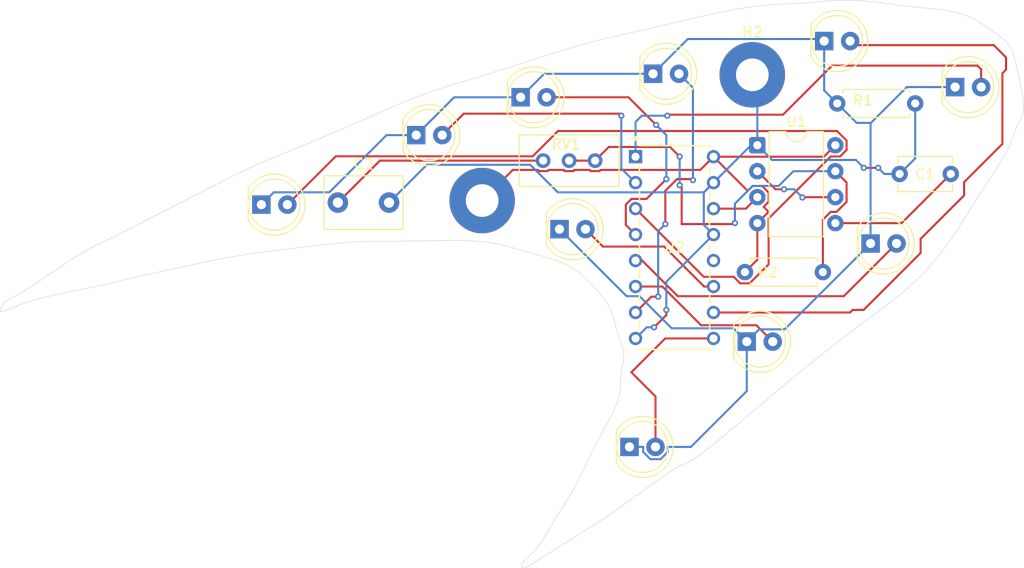
<source format=kicad_pcb>
(kicad_pcb (version 20241229) (generator "pcbnew") (generator_version "9.0")
  (layers (0 "F.Cu" signal) (2 "B.Cu" signal) (13 "F.Paste" user) (15 "B.Paste" user) (5 "F.SilkS" user "F.Silkscreen") (7 "B.SilkS" user "B.Silkscreen") (1 "F.Mask" user) (3 "B.Mask" user) (25 "Edge.Cuts" user))
  (net 0 "")
  (net 1 "GND")
  (net 2 "Net-(U1-CV)")
  (net 3 "TR")
  (net 4 "Net-(D1-K)")
  (net 5 "Net-(D1-A)")
  (net 6 "Net-(D2-A)")
  (net 7 "Net-(D3-A)")
  (net 8 "Net-(D4-A)")
  (net 9 "Net-(D5-A)")
  (net 10 "Net-(D6-A)")
  (net 11 "Net-(D7-A)")
  (net 12 "Net-(D8-A)")
  (net 13 "Net-(D9-A)")
  (net 14 "Net-(D10-A)")
  (net 15 "+5V")
  (net 16 "Net-(U1-DIS)")
  (net 17 "OUT")
  (footprint "LED_THT:LED_D5.0mm" (layer "F.Cu") (at 64.16 51.9)
    (property "Reference" "D2" (hide yes))
    (property "Value" "LED_Small" (hide yes))
    (fp_line (start -1.29 -1.545) (end -1.29 1.545) (stroke (width 0.12)) (layer "F.SilkS"))
    (fp_arc (start -1.29 -1.54483) (mid 2.071779 -2.880495) (end 4.26 0) (stroke (width 0.12)) (layer "F.SilkS"))
    (fp_arc (start 4.26 0) (mid 2.071779 2.880495) (end -1.29 1.54483) (stroke (width 0.12)) (layer "F.SilkS"))
    (fp_circle (center 1.27 0) (end 3.77 0) (stroke (width 0.12)) (fill no) (layer "F.SilkS"))
    (pad "1" thru_hole rect (at 0 0) (size 1.8 1.8) (drill 0.9) (layers "*.Cu" "*.Mask") (net 4 "Net-(D1-K)"))
    (pad "2" thru_hole circle (at 2.54 0) (size 1.8 1.8) (drill 0.9) (layers "*.Cu" "*.Mask") (net 6 "Net-(D2-A)"))
  )
  (footprint "LED_THT:LED_D5.0mm" (layer "F.Cu") (at 96.46 72.1)
    (property "Reference" "D8" (hide yes))
    (property "Value" "LED_Small" (hide yes))
    (fp_line (start -1.29 -1.545) (end -1.29 1.545) (stroke (width 0.12)) (layer "F.SilkS"))
    (fp_arc (start -1.29 -1.54483) (mid 2.071779 -2.880495) (end 4.26 0) (stroke (width 0.12)) (layer "F.SilkS"))
    (fp_arc (start 4.26 0) (mid 2.071779 2.880495) (end -1.29 1.54483) (stroke (width 0.12)) (layer "F.SilkS"))
    (fp_circle (center 1.27 0) (end 3.77 0) (stroke (width 0.12)) (fill no) (layer "F.SilkS"))
    (pad "1" thru_hole rect (at 0 0) (size 1.8 1.8) (drill 0.9) (layers "*.Cu" "*.Mask") (net 4 "Net-(D1-K)"))
    (pad "2" thru_hole circle (at 2.54 0) (size 1.8 1.8) (drill 0.9) (layers "*.Cu" "*.Mask") (net 12 "Net-(D8-A)"))
  )
  (footprint "Potentiometer_THT:Potentiometer_Bourns_3296W_Vertical" (layer "F.Cu") (at 81.64 54.395)
    (property "Reference" "RV1" (at -2.84 -1.595 0) (layer "F.SilkS"))
    (property "Value" "50k")
    (fp_line (start -7.415 -2.52) (end 2.335 -2.52) (stroke (width 0.12)) (layer "F.SilkS"))
    (fp_line (start -7.415 2.53) (end -7.415 -2.52) (stroke (width 0.12)) (layer "F.SilkS"))
    (fp_line (start 2.335 -2.52) (end 2.335 2.53) (stroke (width 0.12)) (layer "F.SilkS"))
    (fp_line (start 2.335 2.53) (end -7.415 2.53) (stroke (width 0.12)) (layer "F.SilkS"))
    (pad "1" thru_hole circle (at 0 0) (size 1.44 1.44) (drill 0.8) (layers "*.Cu" "*.Mask") (net 16 "Net-(U1-DIS)"))
    (pad "2" thru_hole circle (at -2.54 0) (size 1.44 1.44) (drill 0.8) (layers "*.Cu" "*.Mask") (net 16 "Net-(U1-DIS)"))
    (pad "3" thru_hole circle (at -5.08 0) (size 1.44 1.44) (drill 0.8) (layers "*.Cu" "*.Mask") (net 3 "TR"))
  )
  (footprint "LED_THT:LED_D5.0mm" (layer "F.Cu") (at 74.36 48.2)
    (property "Reference" "D3" (hide yes))
    (property "Value" "LED_Small" (hide yes))
    (fp_line (start -1.29 -1.545) (end -1.29 1.545) (stroke (width 0.12)) (layer "F.SilkS"))
    (fp_arc (start -1.29 -1.54483) (mid 2.071779 -2.880495) (end 4.26 0) (stroke (width 0.12)) (layer "F.SilkS"))
    (fp_arc (start 4.26 0) (mid 2.071779 2.880495) (end -1.29 1.54483) (stroke (width 0.12)) (layer "F.SilkS"))
    (fp_circle (center 1.27 0) (end 3.77 0) (stroke (width 0.12)) (fill no) (layer "F.SilkS"))
    (pad "1" thru_hole rect (at 0 0) (size 1.8 1.8) (drill 0.9) (layers "*.Cu" "*.Mask") (net 4 "Net-(D1-K)"))
    (pad "2" thru_hole circle (at 2.54 0) (size 1.8 1.8) (drill 0.9) (layers "*.Cu" "*.Mask") (net 7 "Net-(D3-A)"))
  )
  (footprint "Resistor_THT:R_Axial_DIN0207_L6.3mm_D2.5mm_P7.62mm_Horizontal" (layer "F.Cu") (at 105.3 48.8)
    (property "Reference" "R1" (at 2.5 -0.3 0) (layer "F.SilkS"))
    (property "Value" "470")
    (fp_line (start 0.54 -1.37) (end 7.08 -1.37) (stroke (width 0.12)) (layer "F.SilkS"))
    (fp_line (start 0.54 -1.04) (end 0.54 -1.37) (stroke (width 0.12)) (layer "F.SilkS"))
    (fp_line (start 0.54 1.04) (end 0.54 1.37) (stroke (width 0.12)) (layer "F.SilkS"))
    (fp_line (start 0.54 1.37) (end 7.08 1.37) (stroke (width 0.12)) (layer "F.SilkS"))
    (fp_line (start 7.08 -1.37) (end 7.08 -1.04) (stroke (width 0.12)) (layer "F.SilkS"))
    (fp_line (start 7.08 1.37) (end 7.08 1.04) (stroke (width 0.12)) (layer "F.SilkS"))
    (pad "1" thru_hole circle (at 0 0) (size 1.6 1.6) (drill 0.8) (layers "*.Cu" "*.Mask") (net 4 "Net-(D1-K)"))
    (pad "2" thru_hole circle (at 7.62 0) (size 1.6 1.6) (drill 0.8) (layers "*.Cu" "*.Mask") (net 1 "GND"))
  )
  (footprint "LED_THT:LED_D5.0mm" (layer "F.Cu") (at 87.3 45.9)
    (property "Reference" "D4" (hide yes))
    (property "Value" "LED_Small" (hide yes))
    (fp_line (start -1.29 -1.545) (end -1.29 1.545) (stroke (width 0.12)) (layer "F.SilkS"))
    (fp_arc (start -1.29 -1.54483) (mid 2.071779 -2.880495) (end 4.26 0) (stroke (width 0.12)) (layer "F.SilkS"))
    (fp_arc (start 4.26 0) (mid 2.071779 2.880495) (end -1.29 1.54483) (stroke (width 0.12)) (layer "F.SilkS"))
    (fp_circle (center 1.27 0) (end 3.77 0) (stroke (width 0.12)) (fill no) (layer "F.SilkS"))
    (pad "1" thru_hole rect (at 0 0) (size 1.8 1.8) (drill 0.9) (layers "*.Cu" "*.Mask") (net 4 "Net-(D1-K)"))
    (pad "2" thru_hole circle (at 2.54 0) (size 1.8 1.8) (drill 0.9) (layers "*.Cu" "*.Mask") (net 8 "Net-(D4-A)"))
  )
  (footprint "Capacitor_THT:C_Disc_D5.1mm_W3.2mm_P5.00mm" (layer "F.Cu") (at 111.4 55.7)
    (property "Reference" "C1" (at 2.5 0 0) (layer "F.SilkS"))
    (property "Value" "0.01 uF")
    (fp_line (start -0.17 -1.72) (end 5.17 -1.72) (stroke (width 0.12)) (layer "F.SilkS"))
    (fp_line (start -0.17 -1.026) (end -0.17 -1.72) (stroke (width 0.12)) (layer "F.SilkS"))
    (fp_line (start -0.17 1.72) (end -0.17 1.026) (stroke (width 0.12)) (layer "F.SilkS"))
    (fp_line (start 5.17 -1.72) (end 5.17 -1.026) (stroke (width 0.12)) (layer "F.SilkS"))
    (fp_line (start 5.17 1.026) (end 5.17 1.72) (stroke (width 0.12)) (layer "F.SilkS"))
    (fp_line (start 5.17 1.72) (end -0.17 1.72) (stroke (width 0.12)) (layer "F.SilkS"))
    (pad "1" thru_hole circle (at 0 0) (size 1.6 1.6) (drill 0.8) (layers "*.Cu" "*.Mask") (net 1 "GND"))
    (pad "2" thru_hole circle (at 5 0) (size 1.6 1.6) (drill 0.8) (layers "*.Cu" "*.Mask") (net 2 "Net-(U1-CV)"))
  )
  (footprint "LED_THT:LED_D5.0mm" (layer "F.Cu") (at 85 82.4)
    (property "Reference" "D9" (hide yes))
    (property "Value" "LED_Small" (hide yes))
    (fp_line (start -1.29 -1.545) (end -1.29 1.545) (stroke (width 0.12)) (layer "F.SilkS"))
    (fp_arc (start -1.29 -1.54483) (mid 2.071779 -2.880495) (end 4.26 0) (stroke (width 0.12)) (layer "F.SilkS"))
    (fp_arc (start 4.26 0) (mid 2.071779 2.880495) (end -1.29 1.54483) (stroke (width 0.12)) (layer "F.SilkS"))
    (fp_circle (center 1.27 0) (end 3.77 0) (stroke (width 0.12)) (fill no) (layer "F.SilkS"))
    (pad "1" thru_hole rect (at 0 0) (size 1.8 1.8) (drill 0.9) (layers "*.Cu" "*.Mask") (net 4 "Net-(D1-K)"))
    (pad "2" thru_hole circle (at 2.54 0) (size 1.8 1.8) (drill 0.9) (layers "*.Cu" "*.Mask") (net 13 "Net-(D9-A)"))
  )
  (footprint "Package_DIP:DIP-8_W7.62mm" (layer "F.Cu") (at 97.495 52.89)
    (property "Reference" "U1" (at 3.81 -2.33 0) (layer "F.SilkS"))
    (property "Value" "NE555P")
    (fp_line (start 1.16 -1.33) (end 1.16 8.95) (stroke (width 0.12)) (layer "F.SilkS"))
    (fp_line (start 1.16 8.95) (end 6.46 8.95) (stroke (width 0.12)) (layer "F.SilkS"))
    (fp_line (start 2.81 -1.33) (end 1.16 -1.33) (stroke (width 0.12)) (layer "F.SilkS"))
    (fp_line (start 6.46 -1.33) (end 4.81 -1.33) (stroke (width 0.12)) (layer "F.SilkS"))
    (fp_line (start 6.46 8.95) (end 6.46 -1.33) (stroke (width 0.12)) (layer "F.SilkS"))
    (fp_arc (start 4.81 -1.33) (mid 3.81 -0.33) (end 2.81 -1.33) (stroke (width 0.12)) (layer "F.SilkS"))
    (pad "1" thru_hole roundrect (at 0 0) (size 1.6 1.6) (drill 0.8) (layers "*.Cu" "*.Mask") (roundrect_rratio 0.15625) (net 1 "GND"))
    (pad "2" thru_hole circle (at 0 2.54) (size 1.6 1.6) (drill 0.8) (layers "*.Cu" "*.Mask") (net 3 "TR"))
    (pad "3" thru_hole circle (at 0 5.08) (size 1.6 1.6) (drill 0.8) (layers "*.Cu" "*.Mask") (net 17 "OUT"))
    (pad "4" thru_hole circle (at 0 7.62) (size 1.6 1.6) (drill 0.8) (layers "*.Cu" "*.Mask") (net 15 "+5V"))
    (pad "5" thru_hole circle (at 7.62 7.62) (size 1.6 1.6) (drill 0.8) (layers "*.Cu" "*.Mask") (net 2 "Net-(U1-CV)"))
    (pad "6" thru_hole circle (at 7.62 5.08) (size 1.6 1.6) (drill 0.8) (layers "*.Cu" "*.Mask") (net 3 "TR"))
    (pad "7" thru_hole circle (at 7.62 2.54) (size 1.6 1.6) (drill 0.8) (layers "*.Cu" "*.Mask") (net 16 "Net-(U1-DIS)"))
    (pad "8" thru_hole circle (at 7.62 0) (size 1.6 1.6) (drill 0.8) (layers "*.Cu" "*.Mask") (net 15 "+5V"))
  )
  (footprint "MountingHole:MountingHole_3.2mm_M3_Pad" (layer "F.Cu") (at 70.6 58.3)
    (property "Reference" "H1" (hide yes))
    (property "Value" "MountingHole_Pad" (hide yes))
    (pad "1" thru_hole circle (at 0 0) (size 6.4 6.4) (drill 3.2) (layers "*.Cu" "*.Mask") (net 15 "+5V"))
  )
  (footprint "LED_THT:LED_D5.0mm" (layer "F.Cu") (at 116.825 47.2)
    (property "Reference" "D6" (hide yes))
    (property "Value" "LED_Small" (hide yes))
    (fp_line (start -1.29 -1.545) (end -1.29 1.545) (stroke (width 0.12)) (layer "F.SilkS"))
    (fp_arc (start -1.29 -1.54483) (mid 2.071779 -2.880495) (end 4.26 0) (stroke (width 0.12)) (layer "F.SilkS"))
    (fp_arc (start 4.26 0) (mid 2.071779 2.880495) (end -1.29 1.54483) (stroke (width 0.12)) (layer "F.SilkS"))
    (fp_circle (center 1.27 0) (end 3.77 0) (stroke (width 0.12)) (fill no) (layer "F.SilkS"))
    (pad "1" thru_hole rect (at 0 0) (size 1.8 1.8) (drill 0.9) (layers "*.Cu" "*.Mask") (net 4 "Net-(D1-K)"))
    (pad "2" thru_hole circle (at 2.54 0) (size 1.8 1.8) (drill 0.9) (layers "*.Cu" "*.Mask") (net 10 "Net-(D6-A)"))
  )
  (footprint "LED_THT:LED_D5.0mm" (layer "F.Cu") (at 108.56 62.5)
    (property "Reference" "D7" (hide yes))
    (property "Value" "LED_Small" (hide yes))
    (fp_line (start -1.29 -1.545) (end -1.29 1.545) (stroke (width 0.12)) (layer "F.SilkS"))
    (fp_arc (start -1.29 -1.54483) (mid 2.071779 -2.880495) (end 4.26 0) (stroke (width 0.12)) (layer "F.SilkS"))
    (fp_arc (start 4.26 0) (mid 2.071779 2.880495) (end -1.29 1.54483) (stroke (width 0.12)) (layer "F.SilkS"))
    (fp_circle (center 1.27 0) (end 3.77 0) (stroke (width 0.12)) (fill no) (layer "F.SilkS"))
    (pad "1" thru_hole rect (at 0 0) (size 1.8 1.8) (drill 0.9) (layers "*.Cu" "*.Mask") (net 4 "Net-(D1-K)"))
    (pad "2" thru_hole circle (at 2.54 0) (size 1.8 1.8) (drill 0.9) (layers "*.Cu" "*.Mask") (net 11 "Net-(D7-A)"))
  )
  (footprint "Resistor_THT:R_Axial_DIN0207_L6.3mm_D2.5mm_P7.62mm_Horizontal" (layer "F.Cu") (at 96.28 65.3)
    (property "Reference" "R2" (at 2.22 0 0) (layer "F.SilkS"))
    (property "Value" "1k")
    (fp_line (start 0.54 -1.37) (end 7.08 -1.37) (stroke (width 0.12)) (layer "F.SilkS"))
    (fp_line (start 0.54 -1.04) (end 0.54 -1.37) (stroke (width 0.12)) (layer "F.SilkS"))
    (fp_line (start 0.54 1.04) (end 0.54 1.37) (stroke (width 0.12)) (layer "F.SilkS"))
    (fp_line (start 0.54 1.37) (end 7.08 1.37) (stroke (width 0.12)) (layer "F.SilkS"))
    (fp_line (start 7.08 -1.37) (end 7.08 -1.04) (stroke (width 0.12)) (layer "F.SilkS"))
    (fp_line (start 7.08 1.37) (end 7.08 1.04) (stroke (width 0.12)) (layer "F.SilkS"))
    (pad "1" thru_hole circle (at 0 0) (size 1.6 1.6) (drill 0.8) (layers "*.Cu" "*.Mask") (net 15 "+5V"))
    (pad "2" thru_hole circle (at 7.62 0) (size 1.6 1.6) (drill 0.8) (layers "*.Cu" "*.Mask") (net 16 "Net-(U1-DIS)"))
  )
  (footprint "LED_THT:LED_D5.0mm" (layer "F.Cu") (at 104.025 42.7)
    (property "Reference" "D5" (hide yes))
    (property "Value" "LED_Small" (hide yes))
    (fp_line (start -1.29 -1.545) (end -1.29 1.545) (stroke (width 0.12)) (layer "F.SilkS"))
    (fp_arc (start -1.29 -1.54483) (mid 2.071779 -2.880495) (end 4.26 0) (stroke (width 0.12)) (layer "F.SilkS"))
    (fp_arc (start 4.26 0) (mid 2.071779 2.880495) (end -1.29 1.54483) (stroke (width 0.12)) (layer "F.SilkS"))
    (fp_circle (center 1.27 0) (end 3.77 0) (stroke (width 0.12)) (fill no) (layer "F.SilkS"))
    (pad "1" thru_hole rect (at 0 0) (size 1.8 1.8) (drill 0.9) (layers "*.Cu" "*.Mask") (net 4 "Net-(D1-K)"))
    (pad "2" thru_hole circle (at 2.54 0) (size 1.8 1.8) (drill 0.9) (layers "*.Cu" "*.Mask") (net 9 "Net-(D5-A)"))
  )
  (footprint "footprints:N16" (layer "F.Cu") (at 85.59 54.01)
    (property "Reference" "U2" (at 3.81 8.89 0) (layer "F.SilkS"))
    (property "Value" "4017")
    (fp_line (start 0.381 0.98044) (end 0.381 1.636617) (stroke (width 0.1524)) (layer "F.SilkS"))
    (fp_line (start 0.381 3.443383) (end 0.381 4.176617) (stroke (width 0.1524)) (layer "F.SilkS"))
    (fp_line (start 0.381 5.983383) (end 0.381 6.716617) (stroke (width 0.1524)) (layer "F.SilkS"))
    (fp_line (start 0.381 8.523383) (end 0.381 9.256617) (stroke (width 0.1524)) (layer "F.SilkS"))
    (fp_line (start 0.381 11.063383) (end 0.381 11.796617) (stroke (width 0.1524)) (layer "F.SilkS"))
    (fp_line (start 0.381 13.603383) (end 0.381 14.336617) (stroke (width 0.1524)) (layer "F.SilkS"))
    (fp_line (start 0.381 16.143383) (end 0.381 16.876617) (stroke (width 0.1524)) (layer "F.SilkS"))
    (fp_line (start 0.381 18.8595) (end 7.239 18.8595) (stroke (width 0.1524)) (layer "F.SilkS"))
    (fp_line (start 7.239 -1.0795) (end 0.381 -1.0795) (stroke (width 0.1524)) (layer "F.SilkS"))
    (fp_line (start 7.239 1.636617) (end 7.239 0.903383) (stroke (width 0.1524)) (layer "F.SilkS"))
    (fp_line (start 7.239 4.176617) (end 7.239 3.443383) (stroke (width 0.1524)) (layer "F.SilkS"))
    (fp_line (start 7.239 6.716617) (end 7.239 5.983383) (stroke (width 0.1524)) (layer "F.SilkS"))
    (fp_line (start 7.239 9.256617) (end 7.239 8.523383) (stroke (width 0.1524)) (layer "F.SilkS"))
    (fp_line (start 7.239 11.796617) (end 7.239 11.063383) (stroke (width 0.1524)) (layer "F.SilkS"))
    (fp_line (start 7.239 14.336617) (end 7.239 13.603383) (stroke (width 0.1524)) (layer "F.SilkS"))
    (fp_line (start 7.239 16.876617) (end 7.239 16.143383) (stroke (width 0.1524)) (layer "F.SilkS"))
    (fp_text user "*" (at 0 -1.4097 0) (layer "F.SilkS"))
    (fp_text user "*" (at 0 -1.4097 0) (layer "F.SilkS"))
    (pad "1" thru_hole rect (at 0 0) (size 1.2954 1.2954) (drill 0.7874) (layers "*.Cu" "*.Mask") (net 10 "Net-(D6-A)"))
    (pad "2" thru_hole circle (at 0 2.54) (size 1.2954 1.2954) (drill 0.7874) (layers "*.Cu" "*.Mask") (net 6 "Net-(D2-A)"))
    (pad "3" thru_hole circle (at 0 5.08) (size 1.2954 1.2954) (drill 0.7874) (layers "*.Cu" "*.Mask") (net 5 "Net-(D1-A)"))
    (pad "4" thru_hole circle (at 0 7.62) (size 1.2954 1.2954) (drill 0.7874) (layers "*.Cu" "*.Mask") (net 7 "Net-(D3-A)"))
    (pad "5" thru_hole circle (at 0 10.16) (size 1.2954 1.2954) (drill 0.7874) (layers "*.Cu" "*.Mask") (net 11 "Net-(D7-A)"))
    (pad "6" thru_hole circle (at 0 12.7) (size 1.2954 1.2954) (drill 0.7874) (layers "*.Cu" "*.Mask") (net 12 "Net-(D8-A)"))
    (pad "7" thru_hole circle (at 0 15.24) (size 1.2954 1.2954) (drill 0.7874) (layers "*.Cu" "*.Mask") (net 8 "Net-(D4-A)"))
    (pad "8" thru_hole circle (at 0 17.78) (size 1.2954 1.2954) (drill 0.7874) (layers "*.Cu" "*.Mask") (net 1 "GND"))
    (pad "9" thru_hole circle (at 7.62 17.78) (size 1.2954 1.2954) (drill 0.7874) (layers "*.Cu" "*.Mask") (net 13 "Net-(D9-A)"))
    (pad "10" thru_hole circle (at 7.62 15.24) (size 1.2954 1.2954) (drill 0.7874) (layers "*.Cu" "*.Mask") (net 9 "Net-(D5-A)"))
    (pad "11" thru_hole circle (at 7.62 12.7) (size 1.2954 1.2954) (drill 0.7874) (layers "*.Cu" "*.Mask") (net 14 "Net-(D10-A)"))
    (pad "12" thru_hole circle (at 7.62 10.16) (size 1.2954 1.2954) (drill 0.7874) (layers "*.Cu" "*.Mask"))
    (pad "13" thru_hole circle (at 7.62 7.62) (size 1.2954 1.2954) (drill 0.7874) (layers "*.Cu" "*.Mask") (net 1 "GND"))
    (pad "14" thru_hole circle (at 7.62 5.08) (size 1.2954 1.2954) (drill 0.7874) (layers "*.Cu" "*.Mask") (net 17 "OUT"))
    (pad "15" thru_hole circle (at 7.62 2.54) (size 1.2954 1.2954) (drill 0.7874) (layers "*.Cu" "*.Mask") (net 1 "GND"))
    (pad "16" thru_hole circle (at 7.62 0) (size 1.2954 1.2954) (drill 0.7874) (layers "*.Cu" "*.Mask") (net 15 "+5V"))
  )
  (footprint "LED_THT:LED_D5.0mm" (layer "F.Cu") (at 78.16 61.1)
    (property "Reference" "D10" (hide yes))
    (property "Value" "LED_Small" (hide yes))
    (fp_line (start -1.29 -1.545) (end -1.29 1.545) (stroke (width 0.12)) (layer "F.SilkS"))
    (fp_arc (start -1.29 -1.54483) (mid 2.071779 -2.880495) (end 4.26 0) (stroke (width 0.12)) (layer "F.SilkS"))
    (fp_arc (start 4.26 0) (mid 2.071779 2.880495) (end -1.29 1.54483) (stroke (width 0.12)) (layer "F.SilkS"))
    (fp_circle (center 1.27 0) (end 3.77 0) (stroke (width 0.12)) (fill no) (layer "F.SilkS"))
    (pad "1" thru_hole rect (at 0 0) (size 1.8 1.8) (drill 0.9) (layers "*.Cu" "*.Mask") (net 4 "Net-(D1-K)"))
    (pad "2" thru_hole circle (at 2.54 0) (size 1.8 1.8) (drill 0.9) (layers "*.Cu" "*.Mask") (net 14 "Net-(D10-A)"))
  )
  (footprint "MountingHole:MountingHole_3.2mm_M3_Pad" (layer "F.Cu") (at 97 46)
    (property "Reference" "H2" (at 0 -4.15 0) (layer "F.SilkS"))
    (property "Value" "MountingHole_Pad" (hide yes))
    (pad "1" thru_hole circle (at 0 0) (size 6.4 6.4) (drill 3.2) (layers "*.Cu" "*.Mask") (net 1 "GND"))
  )
  (footprint "LED_THT:LED_D5.0mm" (layer "F.Cu") (at 49.025 58.7)
    (property "Reference" "D1" (hide yes))
    (property "Value" "LED_Small" (hide yes))
    (fp_line (start -1.29 -1.545) (end -1.29 1.545) (stroke (width 0.12)) (layer "F.SilkS"))
    (fp_arc (start -1.29 -1.54483) (mid 2.071779 -2.880495) (end 4.26 0) (stroke (width 0.12)) (layer "F.SilkS"))
    (fp_arc (start 4.26 0) (mid 2.071779 2.880495) (end -1.29 1.54483) (stroke (width 0.12)) (layer "F.SilkS"))
    (fp_circle (center 1.27 0) (end 3.77 0) (stroke (width 0.12)) (fill no) (layer "F.SilkS"))
    (pad "1" thru_hole rect (at 0 0) (size 1.8 1.8) (drill 0.9) (layers "*.Cu" "*.Mask") (net 4 "Net-(D1-K)"))
    (pad "2" thru_hole circle (at 2.54 0) (size 1.8 1.8) (drill 0.9) (layers "*.Cu" "*.Mask") (net 5 "Net-(D1-A)"))
  )
  (footprint "Capacitor_THT:C_Disc_D7.5mm_W5.0mm_P5.00mm" (layer "F.Cu") (at 56.5 58.5)
    (property "Reference" "C2" (at 2.5 -3.75 0) (layer "F.SilkS"))
    (property "Value" "1uF")
    (fp_line (start -1.37 -2.62) (end 6.37 -2.62) (stroke (width 0.12)) (layer "F.SilkS"))
    (fp_line (start -1.37 2.62) (end -1.37 -2.62) (stroke (width 0.12)) (layer "F.SilkS"))
    (fp_line (start 6.37 -2.62) (end 6.37 2.62) (stroke (width 0.12)) (layer "F.SilkS"))
    (fp_line (start 6.37 2.62) (end -1.37 2.62) (stroke (width 0.12)) (layer "F.SilkS"))
    (pad "1" thru_hole circle (at 0 0) (size 2 2) (drill 1) (layers "*.Cu" "*.Mask") (net 3 "TR"))
    (pad "2" thru_hole circle (at 5 0) (size 2 2) (drill 1) (layers "*.Cu" "*.Mask") (net 1 "GND"))
  )
  (gr_curve (pts (xy 121.1798 42.2474) (xy 119.7496 41.2573) (xy 118.6496 39.8271) (xy 114.2491 39.4971)) (stroke (width 0.05)) (layer "Edge.Cuts"))
  (gr_curve (pts (xy 117.4394 60.5092) (xy 122.16985 53.02845) (xy 121.7848 54.0185) (xy 122.4999 51.9283)) (stroke (width 0.05)) (layer "Edge.Cuts"))
  (gr_curve (pts (xy 39.2216 65.2397) (xy 44.8321 64.0295) (xy 46.2622 63.6406) (xy 52.7529 62.9)) (stroke (width 0.05)) (layer "Edge.Cuts"))
  (gr_curve (pts (xy 84.3261 74.3706) (xy 83.941 75.8557) (xy 84.4361 76.9008) (xy 83.446 78.881)) (stroke (width 0.05)) (layer "Edge.Cuts"))
  (gr_curve (pts (xy 81.1 83.3915) (xy 79.7606 86.14175) (xy 79.5406 86.63685) (xy 78.4405 88.342)) (stroke (width 0.05)) (layer "Edge.Cuts"))
  (gr_curve (pts (xy 75.14015 94.06255) (xy 82.8409 89.16705) (xy 81.1357 90.4323) (xy 87.0763 86.1418)) (stroke (width 0.05)) (layer "Edge.Cuts"))
  (gr_curve (pts (xy 76.1853 91.9723) (xy 75.7452 92.5224) (xy 74.8101 93.5125) (xy 74.7001 93.5125)) (stroke (width 0.05)) (layer "Edge.Cuts"))
  (gr_curve (pts (xy 122.4999 51.9283) (xy 123.215 49.8381) (xy 123.9301 50.33315) (xy 123.27 47.25285)) (stroke (width 0.05)) (layer "Edge.Cuts"))
  (gr_curve (pts (xy 90.7067 40.5972) (xy 82.95095 42.4674) (xy 82.4559 42.2473) (xy 74.4251 44.8876)) (stroke (width 0.05)) (layer "Edge.Cuts"))
  (gr_curve (pts (xy 83.446 78.881) (xy 82.4559 80.8612) (xy 82.4394 80.64125) (xy 81.1 83.3915)) (stroke (width 0.05)) (layer "Edge.Cuts"))
  (gr_curve (pts (xy 74.7001 93.5125) (xy 74.5901 93.5125) (xy 74.04005 94.6126) (xy 75.14015 94.06255)) (stroke (width 0.05)) (layer "Edge.Cuts"))
  (gr_curve (pts (xy 45.1622 56.4388) (xy 40.98175 58.639) (xy 41.6418 58.1989) (xy 36.8013 60.7292)) (stroke (width 0.05)) (layer "Edge.Cuts"))
  (gr_curve (pts (xy 83.446 69.8601) (xy 83.886 71.6203) (xy 84.7112 72.8855) (xy 84.3261 74.3706)) (stroke (width 0.05)) (layer "Edge.Cuts"))
  (gr_curve (pts (xy 73.6 62.9294) (xy 76.4053 63.7545) (xy 79.0714 64.1945) (xy 80.5857 65.7897)) (stroke (width 0.05)) (layer "Edge.Cuts"))
  (gr_curve (pts (xy 36.8013 60.7292) (xy 31.9608 63.2595) (xy 32.8409 62.3794) (xy 28.5505 65.3497)) (stroke (width 0.05)) (layer "Edge.Cuts"))
  (gr_curve (pts (xy 103.688 38.837) (xy 99.2876 39.2771) (xy 98.46245 38.727) (xy 90.7067 40.5972)) (stroke (width 0.05)) (layer "Edge.Cuts"))
  (gr_curve (pts (xy 87.0763 86.1418) (xy 93.0169 81.8513) (xy 87.5713 87.0219) (xy 99.0675 77.2309)) (stroke (width 0.05)) (layer "Edge.Cuts"))
  (gr_curve (pts (xy 30.5857 67.16485) (xy 35.3162 66.2298) (xy 33.6111 66.4499) (xy 39.2216 65.2397)) (stroke (width 0.05)) (layer "Edge.Cuts"))
  (gr_curve (pts (xy 114.2491 39.4971) (xy 109.8486 39.1671) (xy 108.0884 38.3969) (xy 103.688 38.837)) (stroke (width 0.05)) (layer "Edge.Cuts"))
  (gr_curve (pts (xy 24.2601 68.98) (xy 25.6902 68.43) (xy 25.8552 68.0999) (xy 30.5857 67.16485)) (stroke (width 0.05)) (layer "Edge.Cuts"))
  (gr_curve (pts (xy 74.4251 44.8876) (xy 66.3943 47.5279) (xy 67.1644 46.7579) (xy 59.2436 50.2782)) (stroke (width 0.05)) (layer "Edge.Cuts"))
  (gr_curve (pts (xy 28.5505 65.3497) (xy 24.2601 68.32) (xy 23.765 68.1) (xy 23.82 68.32)) (stroke (width 0.05)) (layer "Edge.Cuts"))
  (gr_curve (pts (xy 78.4405 88.342) (xy 77.3404 90.04715) (xy 76.6254 91.4222) (xy 76.1853 91.9723)) (stroke (width 0.05)) (layer "Edge.Cuts"))
  (gr_curve (pts (xy 23.82 68.32) (xy 23.875 68.54) (xy 22.83 69.53) (xy 24.2601 68.98)) (stroke (width 0.05)) (layer "Edge.Cuts"))
  (gr_curve (pts (xy 99.0675 77.2309) (xy 110.5637 67.4399) (xy 112.70895 67.98995) (xy 117.4394 60.5092)) (stroke (width 0.05)) (layer "Edge.Cuts"))
  (gr_curve (pts (xy 52.7529 62.9) (xy 59.2436 62.1594) (xy 56.2732 62.3794) (xy 62.8739 62.2694)) (stroke (width 0.05)) (layer "Edge.Cuts"))
  (gr_curve (pts (xy 80.5857 65.7897) (xy 82.1 67.3849) (xy 83.006 68.0999) (xy 83.446 69.8601)) (stroke (width 0.05)) (layer "Edge.Cuts"))
  (gr_curve (pts (xy 59.2436 50.2782) (xy 51.3228 53.7985) (xy 49.34265 54.2386) (xy 45.1622 56.4388)) (stroke (width 0.05)) (layer "Edge.Cuts"))
  (gr_curve (pts (xy 62.8739 62.2694) (xy 69.4746 62.1594) (xy 70.7947 62.1043) (xy 73.6 62.9294)) (stroke (width 0.05)) (layer "Edge.Cuts"))
  (gr_curve (pts (xy 123.27 47.25285) (xy 122.6099 44.17255) (xy 122.61 43.2375) (xy 121.1798 42.2474)) (stroke (width 0.05)) (layer "Edge.Cuts"))
  (segment (start 109.3 55.1) (end 107.9 55.1) (width 0.2) (layer "F.Cu") (net 1))
  (segment (start 87.4 70.7) (end 88.6 69.5) (width 0.2) (layer "F.Cu") (net 1))
  (segment (start 88.6 69.5) (end 88.6 69) (width 0.2) (layer "F.Cu") (net 1))
  (via (at 107.9 55.1) (size 0.6) (drill 0.3) (layers "F.Cu" "B.Cu") (net 1))
  (via (at 109.3 55.1) (size 0.6) (drill 0.3) (layers "F.Cu" "B.Cu") (net 1))
  (via (at 88.6 69) (size 0.6) (drill 0.3) (layers "F.Cu" "B.Cu") (net 1))
  (via (at 87.4 70.7) (size 0.6) (drill 0.3) (layers "F.Cu" "B.Cu") (net 1))
  (segment (start 107.9 55.1) (end 107.129 54.329) (width 0.2) (layer "B.Cu") (net 1))
  (segment (start 75.299 54.799) (end 78 57.5) (width 0.2) (layer "B.Cu") (net 1))
  (segment (start 78 57.5) (end 92.26 57.5) (width 0.2) (layer "B.Cu") (net 1))
  (segment (start 97.495 52.89) (end 97.495 46.495) (width 0.2) (layer "B.Cu") (net 1))
  (segment (start 93.21 56.55) (end 92.2613 57.4987) (width 0.2) (layer "B.Cu") (net 1))
  (segment (start 92.2613 57.4987) (end 92.2613 60.6813) (width 0.2) (layer "B.Cu") (net 1))
  (segment (start 112.92 54.18) (end 111.4 55.7) (width 0.2) (layer "B.Cu") (net 1))
  (segment (start 65.201 54.799) (end 75.299 54.799) (width 0.2) (layer "B.Cu") (net 1))
  (segment (start 109.9 55.7) (end 109.3 55.1) (width 0.2) (layer "B.Cu") (net 1))
  (segment (start 97.495 46.495) (end 97 46) (width 0.2) (layer "B.Cu") (net 1))
  (segment (start 92.2613 60.6813) (end 93.21 61.63) (width 0.2) (layer "B.Cu") (net 1))
  (segment (start 112.92 48.8) (end 112.92 54.18) (width 0.2) (layer "B.Cu") (net 1))
  (segment (start 98.934 54.329) (end 97.495 52.89) (width 0.2) (layer "B.Cu") (net 1))
  (segment (start 92.26 57.5) (end 93.21 56.55) (width 0.2) (layer "B.Cu") (net 1))
  (segment (start 85.59 71.79) (end 86.68 70.7) (width 0.2) (layer "B.Cu") (net 1))
  (segment (start 97.495 52.89) (end 96.87 52.89) (width 0.2) (layer "B.Cu") (net 1))
  (segment (start 61.5 58.5) (end 65.201 54.799) (width 0.2) (layer "B.Cu") (net 1))
  (segment (start 111.4 55.7) (end 109.9 55.7) (width 0.2) (layer "B.Cu") (net 1))
  (segment (start 88.6 66.24) (end 93.21 61.63) (width 0.2) (layer "B.Cu") (net 1))
  (segment (start 96.87 52.89) (end 93.21 56.55) (width 0.2) (layer "B.Cu") (net 1))
  (segment (start 88.6 69) (end 88.6 66.24) (width 0.2) (layer "B.Cu") (net 1))
  (segment (start 107.129 54.329) (end 98.934 54.329) (width 0.2) (layer "B.Cu") (net 1))
  (segment (start 86.68 70.7) (end 87.4 70.7) (width 0.2) (layer "B.Cu") (net 1))
  (segment (start 111.59 60.51) (end 105.115 60.51) (width 0.2) (layer "F.Cu") (net 2))
  (segment (start 116.4 55.7) (end 111.59 60.51) (width 0.2) (layer "F.Cu") (net 2))
  (segment (start 97.495 55.43) (end 99.265 57.2) (width 0.2) (layer "F.Cu") (net 3))
  (segment (start 99.265 57.2) (end 100.1 57.2) (width 0.2) (layer "F.Cu") (net 3))
  (segment (start 105.115 57.97) (end 101.93 57.97) (width 0.2) (layer "F.Cu") (net 3))
  (segment (start 101.93 57.97) (end 101.9 58) (width 0.2) (layer "F.Cu") (net 3))
  (segment (start 56.5 58.5) (end 60.605 54.395) (width 0.2) (layer "F.Cu") (net 3))
  (segment (start 60.605 54.395) (end 76.56 54.395) (width 0.2) (layer "F.Cu") (net 3))
  (via (at 101.9 58) (size 0.6) (drill 0.3) (layers "F.Cu" "B.Cu") (net 3))
  (via (at 100.1 57.2) (size 0.6) (drill 0.3) (layers "F.Cu" "B.Cu") (net 3))
  (segment (start 100.1 57.2) (end 101.1 57.2) (width 0.2) (layer "B.Cu") (net 3))
  (segment (start 101.1 57.2) (end 101.9 58) (width 0.2) (layer "B.Cu") (net 3))
  (segment (start 105.3 48.8) (end 107.2 50.7) (width 0.2) (layer "B.Cu") (net 4))
  (segment (start 85.982965 67.6587) (end 84.7187 67.6587) (width 0.2) (layer "B.Cu") (net 4))
  (segment (start 91 82.4) (end 88.741 82.4) (width 0.2) (layer "B.Cu") (net 4))
  (segment (start 55.661108 57.499) (end 61.260108 51.9) (width 0.2) (layer "B.Cu") (net 4))
  (segment (start 108.56 52.06) (end 108.56 62.5) (width 0.2) (layer "B.Cu") (net 4))
  (segment (start 96.46 72.1) (end 95.16 70.8) (width 0.2) (layer "B.Cu") (net 4))
  (segment (start 108.52 50.7) (end 108.56 50.74) (width 0.2) (layer "B.Cu") (net 4))
  (segment (start 64.16 51.9) (end 67.86 48.2) (width 0.2) (layer "B.Cu") (net 4))
  (segment (start 108.56 50.74) (end 108.56 52.06) (width 0.2) (layer "B.Cu") (net 4))
  (segment (start 116.825 47.2) (end 112.1 47.2) (width 0.2) (layer "B.Cu") (net 4))
  (segment (start 84.7187 67.6587) (end 78.16 61.1) (width 0.2) (layer "B.Cu") (net 4))
  (segment (start 76.66 45.9) (end 87.3 45.9) (width 0.2) (layer "B.Cu") (net 4))
  (segment (start 90.701 42.499) (end 103.824 42.499) (width 0.2) (layer "B.Cu") (net 4))
  (segment (start 100.161 70.899) (end 97.661 70.899) (width 0.2) (layer "B.Cu") (net 4))
  (segment (start 112.1 47.2) (end 108.56 50.74) (width 0.2) (layer "B.Cu") (net 4))
  (segment (start 88.037471 83.601) (end 87.042529 83.601) (width 0.2) (layer "B.Cu") (net 4))
  (segment (start 103.824 42.499) (end 104.025 42.7) (width 0.2) (layer "B.Cu") (net 4))
  (segment (start 86.339 82.897471) (end 86.339 82.4) (width 0.2) (layer "B.Cu") (net 4))
  (segment (start 88.741 82.897471) (end 88.037471 83.601) (width 0.2) (layer "B.Cu") (net 4))
  (segment (start 89.124265 70.8) (end 85.982965 67.6587) (width 0.2) (layer "B.Cu") (net 4))
  (segment (start 95.16 70.8) (end 89.124265 70.8) (width 0.2) (layer "B.Cu") (net 4))
  (segment (start 61.260108 51.9) (end 64.16 51.9) (width 0.2) (layer "B.Cu") (net 4))
  (segment (start 104.025 42.7) (end 104.025 47.525) (width 0.2) (layer "B.Cu") (net 4))
  (segment (start 96.46 76.94) (end 91 82.4) (width 0.2) (layer "B.Cu") (net 4))
  (segment (start 87.3 45.9) (end 90.701 42.499) (width 0.2) (layer "B.Cu") (net 4))
  (segment (start 74.36 48.2) (end 76.66 45.9) (width 0.2) (layer "B.Cu") (net 4))
  (segment (start 50.226 57.499) (end 55.661108 57.499) (width 0.2) (layer "B.Cu") (net 4))
  (segment (start 108.56 62.5) (end 100.161 70.899) (width 0.2) (layer "B.Cu") (net 4))
  (segment (start 88.741 82.4) (end 88.741 82.897471) (width 0.2) (layer "B.Cu") (net 4))
  (segment (start 96.46 72.1) (end 96.46 76.94) (width 0.2) (layer "B.Cu") (net 4))
  (segment (start 104.025 47.525) (end 105.3 48.8) (width 0.2) (layer "B.Cu") (net 4))
  (segment (start 49.025 58.7) (end 50.226 57.499) (width 0.2) (layer "B.Cu") (net 4))
  (segment (start 87.042529 83.601) (end 86.339 82.897471) (width 0.2) (layer "B.Cu") (net 4))
  (segment (start 97.661 70.899) (end 96.46 72.1) (width 0.2) (layer "B.Cu") (net 4))
  (segment (start 86.339 82.4) (end 85 82.4) (width 0.2) (layer "B.Cu") (net 4))
  (segment (start 107.2 50.7) (end 108.52 50.7) (width 0.2) (layer "B.Cu") (net 4))
  (segment (start 67.86 48.2) (end 74.36 48.2) (width 0.2) (layer "B.Cu") (net 4))
  (segment (start 51.565 58.7) (end 56.292913 53.972087) (width 0.2) (layer "F.Cu") (net 5))
  (segment (start 95.179 65.75605) (end 92.25605 65.75605) (width 0.2) (layer "F.Cu") (net 5))
  (segment (start 98.596 64.54105) (end 96.73605 66.401) (width 0.2) (layer "F.Cu") (net 5))
  (segment (start 92.25605 65.75605) (end 85.59 59.09) (width 0.2) (layer "F.Cu") (net 5))
  (segment (start 56.292913 53.972087) (end 75.539 53.972087) (width 0.2) (layer "F.Cu") (net 5))
  (segment (start 105.57105 53.991) (end 104.65895 53.991) (width 0.2) (layer "F.Cu") (net 5))
  (segment (start 106.216 52.43395) (end 106.216 53.34605) (width 0.2) (layer "F.Cu") (net 5))
  (segment (start 105.28205 51.5) (end 106.216 52.43395) (width 0.2) (layer "F.Cu") (net 5))
  (segment (start 96.73605 66.401) (end 95.82395 66.401) (width 0.2) (layer "F.Cu") (net 5))
  (segment (start 106.216 53.34605) (end 105.57105 53.991) (width 0.2) (layer "F.Cu") (net 5))
  (segment (start 98.596 60.05395) (end 98.596 64.54105) (width 0.2) (layer "F.Cu") (net 5))
  (segment (start 78.011087 51.5) (end 105.28205 51.5) (width 0.2) (layer "F.Cu") (net 5))
  (segment (start 95.82395 66.401) (end 95.179 65.75605) (width 0.2) (layer "F.Cu") (net 5))
  (segment (start 104.65895 53.991) (end 98.596 60.05395) (width 0.2) (layer "F.Cu") (net 5))
  (segment (start 75.539 53.972087) (end 78.011087 51.5) (width 0.2) (layer "F.Cu") (net 5))
  (segment (start 66.7 51.9) (end 68.8 49.8) (width 0.2) (layer "F.Cu") (net 6))
  (segment (start 68.8 49.8) (end 84 49.8) (width 0.2) (layer "F.Cu") (net 6))
  (segment (start 84 49.8) (end 84.2 50) (width 0.2) (layer "F.Cu") (net 6))
  (via (at 84.2 50) (size 0.6) (drill 0.3) (layers "F.Cu" "B.Cu") (net 6))
  (segment (start 84.2 55.16) (end 85.59 56.55) (width 0.2) (layer "B.Cu") (net 6))
  (segment (start 84.2 50) (end 84.2 55.16) (width 0.2) (layer "B.Cu") (net 6))
  (segment (start 85.59 61.63) (end 84.6413 60.6813) (width 0.2) (layer "F.Cu") (net 7))
  (segment (start 86.6587 58.1413) (end 88.6 56.2) (width 0.2) (layer "F.Cu") (net 7))
  (segment (start 76.9 48.2) (end 84.9 48.2) (width 0.2) (layer "F.Cu") (net 7))
  (segment (start 84.9 48.2) (end 87.6 50.9) (width 0.2) (layer "F.Cu") (net 7))
  (segment (start 85.197035 58.1413) (end 86.6587 58.1413) (width 0.2) (layer "F.Cu") (net 7))
  (segment (start 84.6413 58.697035) (end 85.197035 58.1413) (width 0.2) (layer "F.Cu") (net 7))
  (segment (start 84.6413 60.6813) (end 84.6413 58.697035) (width 0.2) (layer "F.Cu") (net 7))
  (via (at 88.6 56.2) (size 0.6) (drill 0.3) (layers "F.Cu" "B.Cu") (net 7))
  (via (at 87.6 50.9) (size 0.6) (drill 0.3) (layers "F.Cu" "B.Cu") (net 7))
  (segment (start 88.6 51.9) (end 87.6 50.9) (width 0.2) (layer "B.Cu") (net 7))
  (segment (start 88.6 56.2) (end 88.6 51.9) (width 0.2) (layer "B.Cu") (net 7))
  (segment (start 85.59 69.25) (end 87.14 67.7) (width 0.2) (layer "F.Cu") (net 8))
  (segment (start 87.14 67.7) (end 87.8 67.7) (width 0.2) (layer "F.Cu") (net 8))
  (segment (start 89.651057 56.199) (end 88.5 57.350057) (width 0.2) (layer "F.Cu") (net 8))
  (segment (start 91.2 56.3) (end 91.099 56.199) (width 0.2) (layer "F.Cu") (net 8))
  (segment (start 88.5 57.350057) (end 88.5 60.6) (width 0.2) (layer "F.Cu") (net 8))
  (segment (start 91.099 56.199) (end 89.651057 56.199) (width 0.2) (layer "F.Cu") (net 8))
  (via (at 88.5 60.6) (size 0.6) (drill 0.3) (layers "F.Cu" "B.Cu") (net 8))
  (via (at 87.8 67.7) (size 0.6) (drill 0.3) (layers "F.Cu" "B.Cu") (net 8))
  (via (at 91.2 56.3) (size 0.6) (drill 0.3) (layers "F.Cu" "B.Cu") (net 8))
  (segment (start 87.8 61.3) (end 87.8 67.7) (width 0.2) (layer "B.Cu") (net 8))
  (segment (start 87.8 67.7) (end 87.8 67.8) (width 0.2) (layer "B.Cu") (net 8))
  (segment (start 88.5 60.6) (end 87.8 61.3) (width 0.2) (layer "B.Cu") (net 8))
  (segment (start 89.84 45.9) (end 91.2 47.26) (width 0.2) (layer "B.Cu") (net 8))
  (segment (start 91.2 47.26) (end 91.2 56.3) (width 0.2) (layer "B.Cu") (net 8))
  (segment (start 113.452969 62.047031) (end 113.452969 63.425557) (width 0.2) (layer "F.Cu") (net 9))
  (segment (start 113.452969 63.425557) (end 107.878526 69) (width 0.2) (layer "F.Cu") (net 9))
  (segment (start 121.443658 45.856342) (end 121.443658 52.756342) (width 0.2) (layer "F.Cu") (net 9))
  (segment (start 121.443658 52.756342) (end 117.7 56.5) (width 0.2) (layer "F.Cu") (net 9))
  (segment (start 117.7 56.5) (end 117.7 57.8) (width 0.2) (layer "F.Cu") (net 9))
  (segment (start 121.8 45.5) (end 121.443658 45.856342) (width 0.2) (layer "F.Cu") (net 9))
  (segment (start 106.565 42.7) (end 106.965 43.1) (width 0.2) (layer "F.Cu") (net 9))
  (segment (start 117.7 57.8) (end 113.452969 62.047031) (width 0.2) (layer "F.Cu") (net 9))
  (segment (start 106.8 69) (end 106.55 69.25) (width 0.2) (layer "F.Cu") (net 9))
  (segment (start 120.6 43.1) (end 121.8 44.3) (width 0.2) (layer "F.Cu") (net 9))
  (segment (start 107.878526 69) (end 106.8 69) (width 0.2) (layer "F.Cu") (net 9))
  (segment (start 106.965 43.1) (end 120.6 43.1) (width 0.2) (layer "F.Cu") (net 9))
  (segment (start 106.55 69.25) (end 93.21 69.25) (width 0.2) (layer "F.Cu") (net 9))
  (segment (start 121.8 44.3) (end 121.8 45.5) (width 0.2) (layer "F.Cu") (net 9))
  (segment (start 119.365 45.465) (end 119 45.1) (width 0.2) (layer "F.Cu") (net 10))
  (segment (start 88.8 49.9) (end 88.7 50) (width 0.2) (layer "F.Cu") (net 10))
  (segment (start 100 49.9) (end 88.8 49.9) (width 0.2) (layer "F.Cu") (net 10))
  (segment (start 119 45.1) (end 104.8 45.1) (width 0.2) (layer "F.Cu") (net 10))
  (segment (start 119.365 47.2) (end 119.365 45.465) (width 0.2) (layer "F.Cu") (net 10))
  (segment (start 104.8 45.1) (end 100 49.9) (width 0.2) (layer "F.Cu") (net 10))
  (via (at 88.7 50) (size 0.6) (drill 0.3) (layers "F.Cu" "B.Cu") (net 10))
  (segment (start 86.2 50) (end 85.59 50.61) (width 0.2) (layer "B.Cu") (net 10))
  (segment (start 88.7 50) (end 86.2 50) (width 0.2) (layer "B.Cu") (net 10))
  (segment (start 85.59 50.61) (end 85.59 54.01) (width 0.2) (layer "B.Cu") (net 10))
  (segment (start 89.7258 67.6587) (end 86.2371 64.17) (width 0.2) (layer "F.Cu") (net 11))
  (segment (start 86.2371 64.17) (end 85.59 64.17) (width 0.2) (layer "F.Cu") (net 11))
  (segment (start 111.1 62.5) (end 105.9413 67.6587) (width 0.2) (layer "F.Cu") (net 11))
  (segment (start 105.9413 67.6587) (end 89.7258 67.6587) (width 0.2) (layer "F.Cu") (net 11))
  (segment (start 99 72.1) (end 97.4 70.5) (width 0.2) (layer "F.Cu") (net 12))
  (segment (start 88.21 66.71) (end 85.59 66.71) (width 0.2) (layer "F.Cu") (net 12))
  (segment (start 92 70.5) (end 88.21 66.71) (width 0.2) (layer "F.Cu") (net 12))
  (segment (start 97.4 70.5) (end 92 70.5) (width 0.2) (layer "F.Cu") (net 12))
  (segment (start 87.54 77.46) (end 87.54 82.4) (width 0.2) (layer "F.Cu") (net 13))
  (segment (start 85.18 75.1) (end 88.49 71.79) (width 0.2) (layer "F.Cu") (net 13))
  (segment (start 88.49 71.79) (end 93.21 71.79) (width 0.2) (layer "F.Cu") (net 13))
  (segment (start 85.18 75.1) (end 87.54 77.46) (width 0.2) (layer "F.Cu") (net 13))
  (segment (start 88.384014 62.8) (end 82.4 62.8) (width 0.2) (layer "F.Cu") (net 14))
  (segment (start 82.4 62.8) (end 80.7 61.1) (width 0.2) (layer "F.Cu") (net 14))
  (segment (start 93.21 66.71) (end 92.294014 66.71) (width 0.2) (layer "F.Cu") (net 14))
  (segment (start 92.294014 66.71) (end 88.384014 62.8) (width 0.2) (layer "F.Cu") (net 14))
  (segment (start 98.6 58.42205) (end 98.111025 58.911025) (width 0.2) (layer "F.Cu") (net 15))
  (segment (start 93.21 54.01) (end 91.92 55.3) (width 0.2) (layer "F.Cu") (net 15))
  (segment (start 91.92 55.3) (end 82.178913 55.3) (width 0.2) (layer "F.Cu") (net 15))
  (segment (start 77.098913 55.3) (end 76.982913 55.416) (width 0.2) (layer "F.Cu") (net 15))
  (segment (start 82.178913 55.3) (end 82.062913 55.416) (width 0.2) (layer "F.Cu") (net 15))
  (segment (start 78.561087 55.3) (end 77.098913 55.3) (width 0.2) (layer "F.Cu") (net 15))
  (segment (start 76.982913 55.416) (end 76.137087 55.416) (width 0.2) (layer "F.Cu") (net 15))
  (segment (start 73.6 55.3) (end 70.6 58.3) (width 0.2) (layer "F.Cu") (net 15))
  (segment (start 98.6025 59.4025) (end 97.495 60.51) (width 0.2) (layer "F.Cu") (net 15))
  (segment (start 79.638913 55.3) (end 79.522913 55.416) (width 0.2) (layer "F.Cu") (net 15))
  (segment (start 76.021087 55.3) (end 73.6 55.3) (width 0.2) (layer "F.Cu") (net 15))
  (segment (start 103.995 54.01) (end 93.21 54.01) (width 0.2) (layer "F.Cu") (net 15))
  (segment (start 97.03895 56.869) (end 97.95105 56.869) (width 0.2) (layer "F.Cu") (net 15))
  (segment (start 76.137087 55.416) (end 76.021087 55.3) (width 0.2) (layer "F.Cu") (net 15))
  (segment (start 98.6 57.51795) (end 98.6 58.42205) (width 0.2) (layer "F.Cu") (net 15))
  (segment (start 97.95105 56.869) (end 98.6 57.51795) (width 0.2) (layer "F.Cu") (net 15))
  (segment (start 79.522913 55.416) (end 78.677087 55.416) (width 0.2) (layer "F.Cu") (net 15))
  (segment (start 98.111025 58.911025) (end 98.6025 59.4025) (width 0.2) (layer "F.Cu") (net 15))
  (segment (start 81.217087 55.416) (end 81.101087 55.3) (width 0.2) (layer "F.Cu") (net 15))
  (segment (start 78.677087 55.416) (end 78.561087 55.3) (width 0.2) (layer "F.Cu") (net 15))
  (segment (start 82.062913 55.416) (end 81.217087 55.416) (width 0.2) (layer "F.Cu") (net 15))
  (segment (start 81.101087 55.3) (end 79.638913 55.3) (width 0.2) (layer "F.Cu") (net 15))
  (segment (start 105.115 52.89) (end 103.995 54.01) (width 0.2) (layer "F.Cu") (net 15))
  (segment (start 93.21 54.01) (end 96.553975 57.353975) (width 0.2) (layer "F.Cu") (net 15))
  (segment (start 96.553975 57.353975) (end 97.03895 56.869) (width 0.2) (layer "F.Cu") (net 15))
  (segment (start 97.495 64.085) (end 96.28 65.3) (width 0.2) (layer "F.Cu") (net 15))
  (segment (start 97.495 60.51) (end 97.495 64.085) (width 0.2) (layer "F.Cu") (net 15))
  (segment (start 82.9737 53.0613) (end 81.64 54.395) (width 0.2) (layer "F.Cu") (net 16))
  (segment (start 95.3 60.5) (end 95.2 60.6) (width 0.2) (layer "F.Cu") (net 16))
  (segment (start 79.1 54.395) (end 81.64 54.395) (width 0.2) (layer "F.Cu") (net 16))
  (segment (start 90.1 60.6) (end 90.1 57) (width 0.2) (layer "F.Cu") (net 16))
  (segment (start 105.115 55.43) (end 105.1925 55.5075) (width 0.2) (layer "F.Cu") (net 16))
  (segment (start 88.9613 53.0613) (end 82.9737 53.0613) (width 0.2) (layer "F.Cu") (net 16))
  (segment (start 106.216 56.531) (end 106.216 58.42605) (width 0.2) (layer "F.Cu") (net 16))
  (segment (start 105.115 55.43) (end 106.216 56.531) (width 0.2) (layer "F.Cu") (net 16))
  (segment (start 105.23305 59.409) (end 104.65895 59.409) (width 0.2) (layer "F.Cu") (net 16))
  (segment (start 106.216 58.42605) (end 105.23305 59.409) (width 0.2) (layer "F.Cu") (net 16))
  (segment (start 95.2 60.6) (end 90.1 60.6) (width 0.2) (layer "F.Cu") (net 16))
  (segment (start 103.9 60.16795) (end 103.9 65.3) (width 0.2) (layer "F.Cu") (net 16))
  (segment (start 89.9 54) (end 88.9613 53.0613) (width 0.2) (layer "F.Cu") (net 16))
  (segment (start 90.1 57) (end 89.9 56.8) (width 0.2) (layer "F.Cu") (net 16))
  (segment (start 104.65895 59.409) (end 103.9 60.16795) (width 0.2) (layer "F.Cu") (net 16))
  (via (at 95.3 60.5) (size 0.6) (drill 0.3) (layers "F.Cu" "B.Cu") (net 16))
  (via (at 89.9 56.8) (size 0.6) (drill 0.3) (layers "F.Cu" "B.Cu") (net 16))
  (via (at 89.9 54) (size 0.6) (drill 0.3) (layers "F.Cu" "B.Cu") (net 16))
  (segment (start 95.3 58.60795) (end 95.3 60.5) (width 0.2) (layer "B.Cu") (net 16))
  (segment (start 99.581057 56.869) (end 97.03895 56.869) (width 0.2) (layer "B.Cu") (net 16))
  (segment (start 97.03895 56.869) (end 95.3 58.60795) (width 0.2) (layer "B.Cu") (net 16))
  (segment (start 105.115 55.43) (end 101.020057 55.43) (width 0.2) (layer "B.Cu") (net 16))
  (segment (start 89.9 56.8) (end 89.9 54) (width 0.2) (layer "B.Cu") (net 16))
  (segment (start 101.020057 55.43) (end 99.581057 56.869) (width 0.2) (layer "B.Cu") (net 16))
  (segment (start 93.21 59.09) (end 96.375 59.09) (width 0.2) (layer "F.Cu") (net 17))
  (segment (start 96.375 59.09) (end 97.495 57.97) (width 0.2) (layer "F.Cu") (net 17))
)
</source>
